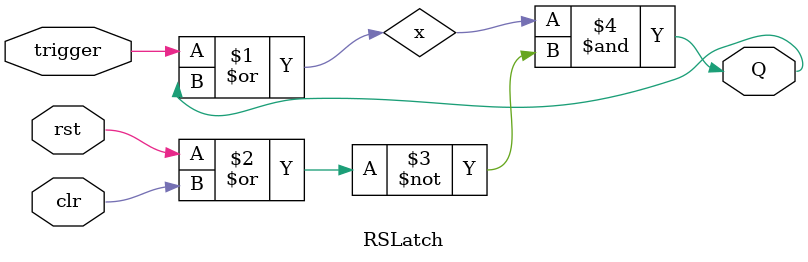
<source format=v>
`timescale 1ns / 1ps
module RSLatch(
    input trigger,
    input clr,
    input rst,
    output Q
    );
	
	
	//input trigger,clr,rst;
	//output Q;
	wire x;
	
	//using blocking
	assign x = (trigger | Q);
	assign Q = x & ~(rst|clr);
	
endmodule

</source>
